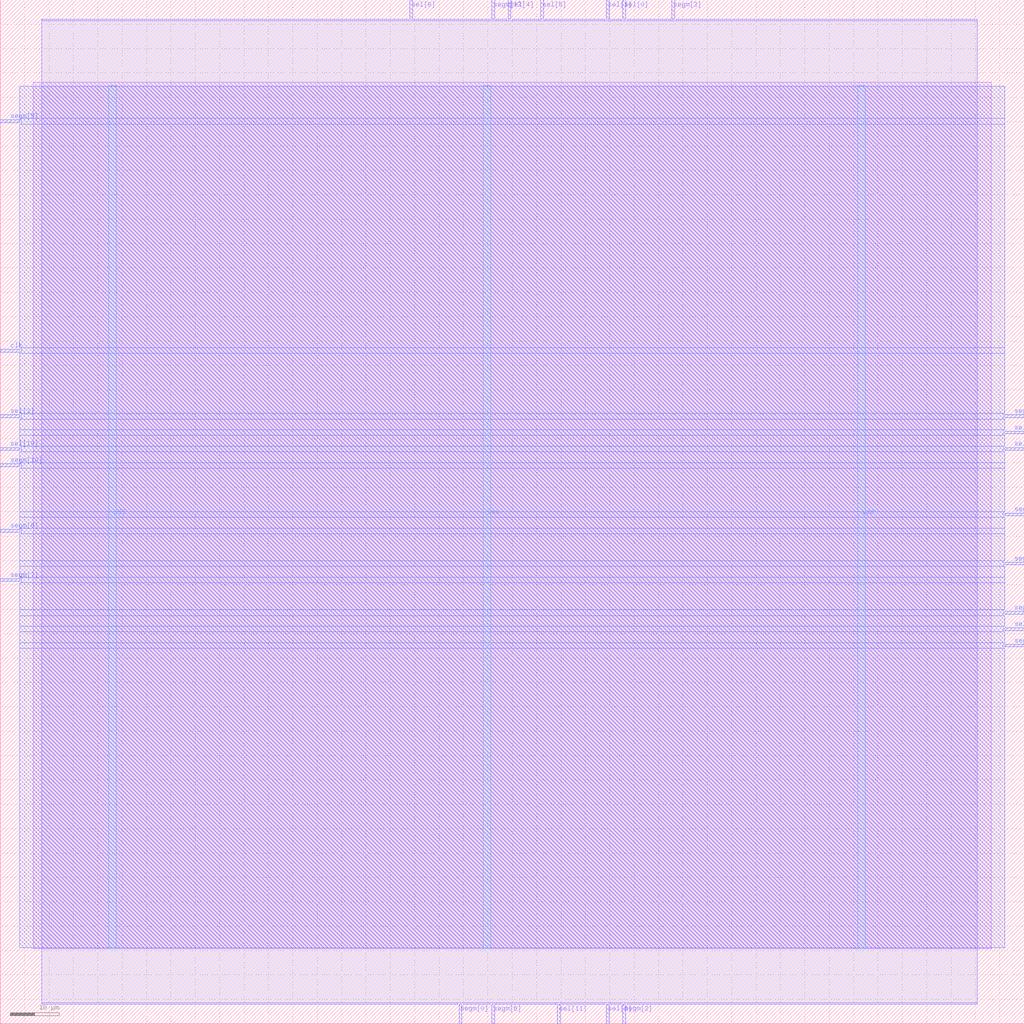
<source format=lef>
VERSION 5.7 ;
  NOWIREEXTENSIONATPIN ON ;
  DIVIDERCHAR "/" ;
  BUSBITCHARS "[]" ;
MACRO ita5
  CLASS BLOCK ;
  FOREIGN ita5 ;
  ORIGIN 0.000 0.000 ;
  SIZE 210.000 BY 210.000 ;
  PIN clk
    DIRECTION INPUT ;
    USE SIGNAL ;
    ANTENNAGATEAREA 4.738000 ;
    ANTENNADIFFAREA 0.410400 ;
    PORT
      LAYER Metal3 ;
        RECT 0.000 137.760 4.000 138.320 ;
    END
  END clk
  PIN segm[0]
    DIRECTION OUTPUT TRISTATE ;
    USE SIGNAL ;
    ANTENNADIFFAREA 0.360800 ;
    PORT
      LAYER Metal2 ;
        RECT 94.080 0.000 94.640 4.000 ;
    END
  END segm[0]
  PIN segm[10]
    DIRECTION OUTPUT TRISTATE ;
    USE SIGNAL ;
    ANTENNADIFFAREA 4.731200 ;
    PORT
      LAYER Metal3 ;
        RECT 0.000 114.240 4.000 114.800 ;
    END
  END segm[10]
  PIN segm[11]
    DIRECTION OUTPUT TRISTATE ;
    USE SIGNAL ;
    ANTENNADIFFAREA 4.731200 ;
    PORT
      LAYER Metal3 ;
        RECT 206.000 124.320 210.000 124.880 ;
    END
  END segm[11]
  PIN segm[12]
    DIRECTION OUTPUT TRISTATE ;
    USE SIGNAL ;
    ANTENNADIFFAREA 4.731200 ;
    PORT
      LAYER Metal3 ;
        RECT 206.000 94.080 210.000 94.640 ;
    END
  END segm[12]
  PIN segm[13]
    DIRECTION OUTPUT TRISTATE ;
    USE SIGNAL ;
    ANTENNADIFFAREA 4.731200 ;
    PORT
      LAYER Metal2 ;
        RECT 100.800 206.000 101.360 210.000 ;
    END
  END segm[13]
  PIN segm[1]
    DIRECTION OUTPUT TRISTATE ;
    USE SIGNAL ;
    ANTENNADIFFAREA 4.731200 ;
    PORT
      LAYER Metal3 ;
        RECT 206.000 77.280 210.000 77.840 ;
    END
  END segm[1]
  PIN segm[2]
    DIRECTION OUTPUT TRISTATE ;
    USE SIGNAL ;
    ANTENNADIFFAREA 4.731200 ;
    PORT
      LAYER Metal2 ;
        RECT 127.680 0.000 128.240 4.000 ;
    END
  END segm[2]
  PIN segm[3]
    DIRECTION OUTPUT TRISTATE ;
    USE SIGNAL ;
    ANTENNADIFFAREA 0.360800 ;
    PORT
      LAYER Metal2 ;
        RECT 137.760 206.000 138.320 210.000 ;
    END
  END segm[3]
  PIN segm[4]
    DIRECTION OUTPUT TRISTATE ;
    USE SIGNAL ;
    ANTENNADIFFAREA 4.731200 ;
    PORT
      LAYER Metal3 ;
        RECT 206.000 84.000 210.000 84.560 ;
    END
  END segm[4]
  PIN segm[5]
    DIRECTION OUTPUT TRISTATE ;
    USE SIGNAL ;
    ANTENNADIFFAREA 0.360800 ;
    PORT
      LAYER Metal3 ;
        RECT 0.000 184.800 4.000 185.360 ;
    END
  END segm[5]
  PIN segm[6]
    DIRECTION OUTPUT TRISTATE ;
    USE SIGNAL ;
    ANTENNADIFFAREA 4.731200 ;
    PORT
      LAYER Metal2 ;
        RECT 100.800 0.000 101.360 4.000 ;
    END
  END segm[6]
  PIN segm[7]
    DIRECTION OUTPUT TRISTATE ;
    USE SIGNAL ;
    ANTENNADIFFAREA 4.731200 ;
    PORT
      LAYER Metal3 ;
        RECT 0.000 90.720 4.000 91.280 ;
    END
  END segm[7]
  PIN segm[8]
    DIRECTION OUTPUT TRISTATE ;
    USE SIGNAL ;
    ANTENNADIFFAREA 4.731200 ;
    PORT
      LAYER Metal3 ;
        RECT 0.000 100.800 4.000 101.360 ;
    END
  END segm[8]
  PIN segm[9]
    DIRECTION OUTPUT TRISTATE ;
    USE SIGNAL ;
    ANTENNADIFFAREA 4.731200 ;
    PORT
      LAYER Metal3 ;
        RECT 206.000 104.160 210.000 104.720 ;
    END
  END segm[9]
  PIN sel[0]
    DIRECTION OUTPUT TRISTATE ;
    USE SIGNAL ;
    ANTENNADIFFAREA 4.731200 ;
    PORT
      LAYER Metal2 ;
        RECT 127.680 206.000 128.240 210.000 ;
    END
  END sel[0]
  PIN sel[10]
    DIRECTION OUTPUT TRISTATE ;
    USE SIGNAL ;
    ANTENNADIFFAREA 4.731200 ;
    PORT
      LAYER Metal3 ;
        RECT 0.000 117.600 4.000 118.160 ;
    END
  END sel[10]
  PIN sel[11]
    DIRECTION OUTPUT TRISTATE ;
    USE SIGNAL ;
    ANTENNADIFFAREA 4.731200 ;
    PORT
      LAYER Metal2 ;
        RECT 114.240 0.000 114.800 4.000 ;
    END
  END sel[11]
  PIN sel[1]
    DIRECTION OUTPUT TRISTATE ;
    USE SIGNAL ;
    ANTENNADIFFAREA 4.731200 ;
    PORT
      LAYER Metal2 ;
        RECT 124.320 206.000 124.880 210.000 ;
    END
  END sel[1]
  PIN sel[2]
    DIRECTION OUTPUT TRISTATE ;
    USE SIGNAL ;
    ANTENNADIFFAREA 4.731200 ;
    PORT
      LAYER Metal3 ;
        RECT 206.000 80.640 210.000 81.200 ;
    END
  END sel[2]
  PIN sel[3]
    DIRECTION OUTPUT TRISTATE ;
    USE SIGNAL ;
    ANTENNADIFFAREA 4.731200 ;
    PORT
      LAYER Metal3 ;
        RECT 0.000 124.320 4.000 124.880 ;
    END
  END sel[3]
  PIN sel[4]
    DIRECTION OUTPUT TRISTATE ;
    USE SIGNAL ;
    ANTENNADIFFAREA 4.731200 ;
    PORT
      LAYER Metal2 ;
        RECT 104.160 206.000 104.720 210.000 ;
    END
  END sel[4]
  PIN sel[5]
    DIRECTION OUTPUT TRISTATE ;
    USE SIGNAL ;
    ANTENNADIFFAREA 4.731200 ;
    PORT
      LAYER Metal2 ;
        RECT 110.880 206.000 111.440 210.000 ;
    END
  END sel[5]
  PIN sel[6]
    DIRECTION OUTPUT TRISTATE ;
    USE SIGNAL ;
    ANTENNADIFFAREA 4.731200 ;
    PORT
      LAYER Metal2 ;
        RECT 124.320 0.000 124.880 4.000 ;
    END
  END sel[6]
  PIN sel[7]
    DIRECTION OUTPUT TRISTATE ;
    USE SIGNAL ;
    ANTENNADIFFAREA 4.731200 ;
    PORT
      LAYER Metal3 ;
        RECT 206.000 120.960 210.000 121.520 ;
    END
  END sel[7]
  PIN sel[8]
    DIRECTION OUTPUT TRISTATE ;
    USE SIGNAL ;
    ANTENNADIFFAREA 4.731200 ;
    PORT
      LAYER Metal2 ;
        RECT 84.000 206.000 84.560 210.000 ;
    END
  END sel[8]
  PIN sel[9]
    DIRECTION OUTPUT TRISTATE ;
    USE SIGNAL ;
    ANTENNADIFFAREA 4.731200 ;
    PORT
      LAYER Metal3 ;
        RECT 206.000 117.600 210.000 118.160 ;
    END
  END sel[9]
  PIN vdd
    DIRECTION INOUT ;
    USE POWER ;
    PORT
      LAYER Metal4 ;
        RECT 22.240 15.380 23.840 192.380 ;
    END
    PORT
      LAYER Metal4 ;
        RECT 175.840 15.380 177.440 192.380 ;
    END
  END vdd
  PIN vss
    DIRECTION INOUT ;
    USE GROUND ;
    PORT
      LAYER Metal4 ;
        RECT 99.040 15.380 100.640 192.380 ;
    END
  END vss
  OBS
      LAYER Metal1 ;
        RECT 6.720 15.380 203.280 193.050 ;
      LAYER Metal2 ;
        RECT 8.540 205.700 83.700 206.000 ;
        RECT 84.860 205.700 100.500 206.000 ;
        RECT 101.660 205.700 103.860 206.000 ;
        RECT 105.020 205.700 110.580 206.000 ;
        RECT 111.740 205.700 124.020 206.000 ;
        RECT 125.180 205.700 127.380 206.000 ;
        RECT 128.540 205.700 137.460 206.000 ;
        RECT 138.620 205.700 200.340 206.000 ;
        RECT 8.540 4.300 200.340 205.700 ;
        RECT 8.540 4.000 93.780 4.300 ;
        RECT 94.940 4.000 100.500 4.300 ;
        RECT 101.660 4.000 113.940 4.300 ;
        RECT 115.100 4.000 124.020 4.300 ;
        RECT 125.180 4.000 127.380 4.300 ;
        RECT 128.540 4.000 200.340 4.300 ;
      LAYER Metal3 ;
        RECT 4.000 185.660 206.000 192.220 ;
        RECT 4.300 184.500 206.000 185.660 ;
        RECT 4.000 138.620 206.000 184.500 ;
        RECT 4.300 137.460 206.000 138.620 ;
        RECT 4.000 125.180 206.000 137.460 ;
        RECT 4.300 124.020 205.700 125.180 ;
        RECT 4.000 121.820 206.000 124.020 ;
        RECT 4.000 120.660 205.700 121.820 ;
        RECT 4.000 118.460 206.000 120.660 ;
        RECT 4.300 117.300 205.700 118.460 ;
        RECT 4.000 115.100 206.000 117.300 ;
        RECT 4.300 113.940 206.000 115.100 ;
        RECT 4.000 105.020 206.000 113.940 ;
        RECT 4.000 103.860 205.700 105.020 ;
        RECT 4.000 101.660 206.000 103.860 ;
        RECT 4.300 100.500 206.000 101.660 ;
        RECT 4.000 94.940 206.000 100.500 ;
        RECT 4.000 93.780 205.700 94.940 ;
        RECT 4.000 91.580 206.000 93.780 ;
        RECT 4.300 90.420 206.000 91.580 ;
        RECT 4.000 84.860 206.000 90.420 ;
        RECT 4.000 83.700 205.700 84.860 ;
        RECT 4.000 81.500 206.000 83.700 ;
        RECT 4.000 80.340 205.700 81.500 ;
        RECT 4.000 78.140 206.000 80.340 ;
        RECT 4.000 76.980 205.700 78.140 ;
        RECT 4.000 15.540 206.000 76.980 ;
  END
END ita5
END LIBRARY


</source>
